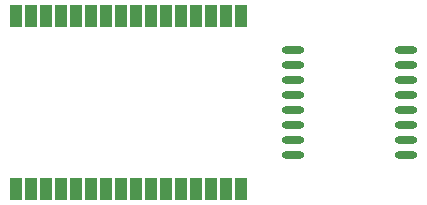
<source format=gtp>
G04*
G04 #@! TF.GenerationSoftware,Altium Limited,Altium Designer,19.1.8 (144)*
G04*
G04 Layer_Color=8421504*
%FSLAX25Y25*%
%MOIN*%
G70*
G01*
G75*
%ADD18R,0.04213X0.07480*%
%ADD19O,0.07480X0.02362*%
D18*
X39370Y30236D02*
D03*
X84370D02*
D03*
X89370D02*
D03*
X94370D02*
D03*
X99370D02*
D03*
X104370D02*
D03*
X109370D02*
D03*
X114370D02*
D03*
Y87874D02*
D03*
X109370D02*
D03*
X104370D02*
D03*
X44370Y30236D02*
D03*
X99370Y87874D02*
D03*
X94370D02*
D03*
X89370D02*
D03*
X84370D02*
D03*
X79370D02*
D03*
X74370D02*
D03*
X69370D02*
D03*
X64370D02*
D03*
X59370D02*
D03*
X54370D02*
D03*
X49370Y30236D02*
D03*
Y87874D02*
D03*
X44370D02*
D03*
X39370D02*
D03*
X54370Y30236D02*
D03*
X59370D02*
D03*
X64370D02*
D03*
X69370D02*
D03*
X74370D02*
D03*
X79370D02*
D03*
D19*
X131693Y76555D02*
D03*
Y71555D02*
D03*
Y66555D02*
D03*
Y61555D02*
D03*
Y56555D02*
D03*
Y51555D02*
D03*
Y46555D02*
D03*
Y41555D02*
D03*
X169095Y76555D02*
D03*
Y71555D02*
D03*
Y66555D02*
D03*
Y61555D02*
D03*
Y56555D02*
D03*
Y51555D02*
D03*
Y46555D02*
D03*
Y41555D02*
D03*
M02*

</source>
